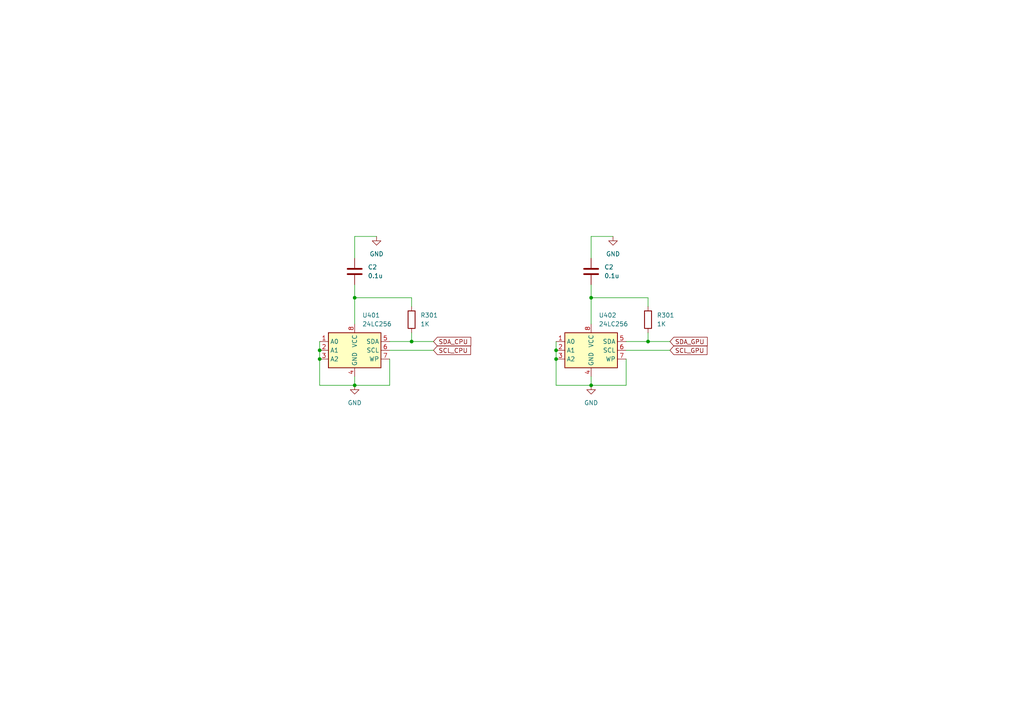
<source format=kicad_sch>
(kicad_sch (version 20230121) (generator eeschema)
  (paper "A4")
  (lib_symbols
    (symbol "Device:C" (pin_numbers hide) (pin_names (offset 0.254))
      (property "Reference" "C" (at 0.635 2.54 0))
      (property "Value" "C" (at 0.635 -2.54 0))
      (symbol "C_0_1"
        (polyline (pts (xy -2.032 -0.762) (xy 2.032 -0.762)) (stroke (width 0.508)))
        (polyline (pts (xy -2.032 0.762) (xy 2.032 0.762)) (stroke (width 0.508)))
      )
      (symbol "C_1_1"
        (pin passive line (at 0 3.81 270) (length 2.794) (name "~") (number "1"))
        (pin passive line (at 0 -3.81 90) (length 2.794) (name "~") (number "2"))
      )
    )
    (symbol "Device:R" (pin_numbers hide) (pin_names (offset 0))
      (property "Reference" "R" (at 2.032 0 90))
      (property "Value" "R" (at 0 0 90))
      (symbol "R_0_1"
        (rectangle (start -1.016 -2.54) (end 1.016 2.54) (stroke (width 0.254)))
      )
      (symbol "R_1_1"
        (pin passive line (at 0 3.81 270) (length 1.27) (name "~") (number "1"))
        (pin passive line (at 0 -3.81 90) (length 1.27) (name "~") (number "2"))
      )
    )
    (symbol "Memory_EEPROM:24LC256"
      (property "Reference" "U" (at -6.35 6.35 0))
      (property "Value" "24LC256" (at 1.27 6.35 0))
      (symbol "24LC256_1_1"
        (rectangle (start -7.62 5.08) (end 7.62 -5.08) (stroke (width 0.254)) (fill (type background)))
        (pin input line (at -10.16 2.54 0) (length 2.54) (name "A0") (number "1"))
        (pin input line (at -10.16 0 0) (length 2.54) (name "A1") (number "2"))
        (pin input line (at -10.16 -2.54 0) (length 2.54) (name "A2") (number "3"))
        (pin power_in line (at 0 -7.62 90) (length 2.54) (name "GND") (number "4"))
        (pin bidirectional line (at 10.16 2.54 180) (length 2.54) (name "SDA") (number "5"))
        (pin input line (at 10.16 0 180) (length 2.54) (name "SCL") (number "6"))
        (pin input line (at 10.16 -2.54 180) (length 2.54) (name "WP") (number "7"))
        (pin power_in line (at 0 7.62 270) (length 2.54) (name "VCC") (number "8"))
      )
    )
    (symbol "power:GND" (power) (pin_names (offset 0))
      (property "Value" "GND" (at 0 -3.81 0))
      (symbol "GND_0_1"
        (polyline (pts (xy 0 0) (xy 0 -1.27) (xy 1.27 -1.27) (xy 0 -2.54) (xy -1.27 -1.27) (xy 0 -1.27)))
      )
      (symbol "GND_1_1"
        (pin power_in line (at 0 0 270) (length 0) hide (name "GND") (number "1"))
      )
    )
  )
  (junction (at 102.87 86.36))
  (junction (at 102.87 111.76))
  (junction (at 119.38 99.06))
  (junction (at 92.71 104.14))
  (junction (at 171.45 111.76))
  (junction (at 92.71 101.6))
  (junction (at 161.29 104.14))
  (junction (at 171.45 86.36))
  (junction (at 187.96 99.06))
  (junction (at 161.29 101.6))
  (wire (pts (xy 102.87 86.36) (xy 119.38 86.36)))
  (wire (pts (xy 92.71 111.76) (xy 102.87 111.76)))
  (wire (pts (xy 171.45 109.22) (xy 171.45 111.76)))
  (wire (pts (xy 119.38 96.52) (xy 119.38 99.06)))
  (wire (pts (xy 187.96 96.52) (xy 187.96 99.06)))
  (wire (pts (xy 171.45 82.55) (xy 171.45 86.36)))
  (wire (pts (xy 161.29 99.06) (xy 161.29 101.6)))
  (wire (pts (xy 102.87 82.55) (xy 102.87 86.36)))
  (wire (pts (xy 113.03 111.76) (xy 102.87 111.76)))
  (wire (pts (xy 161.29 111.76) (xy 171.45 111.76)))
  (wire (pts (xy 113.03 104.14) (xy 113.03 111.76)))
  (wire (pts (xy 177.8 68.58) (xy 171.45 68.58)))
  (wire (pts (xy 92.71 99.06) (xy 92.71 101.6)))
  (wire (pts (xy 113.03 101.6) (xy 125.73 101.6)))
  (wire (pts (xy 113.03 99.06) (xy 119.38 99.06)))
  (wire (pts (xy 181.61 99.06) (xy 187.96 99.06)))
  (wire (pts (xy 119.38 99.06) (xy 125.73 99.06)))
  (wire (pts (xy 102.87 86.36) (xy 102.87 93.98)))
  (wire (pts (xy 187.96 86.36) (xy 187.96 88.9)))
  (wire (pts (xy 181.61 101.6) (xy 194.31 101.6)))
  (wire (pts (xy 102.87 68.58) (xy 102.87 74.93)))
  (wire (pts (xy 92.71 101.6) (xy 92.71 104.14)))
  (wire (pts (xy 171.45 86.36) (xy 171.45 93.98)))
  (wire (pts (xy 92.71 104.14) (xy 92.71 111.76)))
  (wire (pts (xy 161.29 101.6) (xy 161.29 104.14)))
  (wire (pts (xy 171.45 68.58) (xy 171.45 74.93)))
  (wire (pts (xy 181.61 111.76) (xy 171.45 111.76)))
  (wire (pts (xy 181.61 104.14) (xy 181.61 111.76)))
  (wire (pts (xy 119.38 86.36) (xy 119.38 88.9)))
  (wire (pts (xy 161.29 104.14) (xy 161.29 111.76)))
  (wire (pts (xy 109.22 68.58) (xy 102.87 68.58)))
  (wire (pts (xy 187.96 99.06) (xy 194.31 99.06)))
  (wire (pts (xy 102.87 109.22) (xy 102.87 111.76)))
  (wire (pts (xy 171.45 86.36) (xy 187.96 86.36)))
  (global_label "SCL_CPU" (shape input) (at 125.73 101.6 0) (property "Intersheetrefs" "${INTERSHEET_REFS}" (effects hide)))
  (global_label "SCL_GPU" (shape input) (at 194.31 101.6 0) (property "Intersheetrefs" "${INTERSHEET_REFS}" (effects hide)))
  (global_label "SDA_GPU" (shape input) (at 194.31 99.06 0) (property "Intersheetrefs" "${INTERSHEET_REFS}" (effects hide)))
  (global_label "SDA_CPU" (shape input) (at 125.73 99.06 0) (property "Intersheetrefs" "${INTERSHEET_REFS}" (effects hide)))
  (symbol (lib_id "Device:C") (at 171.45 78.74 0) (unit 1)
    (property "Reference" "C2" (at 175.26 77.47 0) (effects (justify left)))
    (property "Value" "0.1u" (at 175.26 80.01 0) (effects (justify left)))
    (property "Footprint" "Capacitor_THT:C_Radial_D4.0mm_H7.0mm_P1.50mm" (effects hide))
    (instances (project "jcap" (path "" (reference "C2") (unit 1)) (path "" (reference "C2") (unit 1)) (path "" (reference "C302") (unit 1)) (path "" (reference "C402") (unit 1))))
  )
  (symbol (lib_id "Device:R") (at 187.96 92.71 180) (unit 1)
    (property "Reference" "R301" (at 190.5 91.44 0) (effects (justify right)))
    (property "Value" "1K" (at 190.5 93.98 0) (effects (justify right)))
    (property "Footprint" "Resistor_THT:R_Axial_DIN0207_L6.3mm_D2.5mm_P10.16mm_Horizontal" (effects hide))
    (instances (project "jcap" (path "" (reference "R301") (unit 1)) (path "" (reference "R402") (unit 1))))
  )
  (symbol (lib_id "Device:R") (at 119.38 92.71 180) (unit 1)
    (property "Reference" "R301" (at 121.92 91.44 0) (effects (justify right)))
    (property "Value" "1K" (at 121.92 93.98 0) (effects (justify right)))
    (property "Footprint" "Resistor_THT:R_Axial_DIN0207_L6.3mm_D2.5mm_P10.16mm_Horizontal" (effects hide))
    (instances (project "jcap" (path "" (reference "R301") (unit 1)) (path "" (reference "R401") (unit 1))))
  )
  (symbol (lib_id "power:GND") (at 102.87 111.76 0) (unit 1)
    (property "Reference" "#PWR0402" (effects hide))
    (property "Value" "GND" (at 102.87 116.84 0))
  )
  (symbol (lib_id "Memory_EEPROM:24LC256") (at 171.45 101.6 0) (unit 1)
    (property "Reference" "U402" (at 173.6441 91.44 0) (effects (justify left)))
    (property "Value" "24LC256" (at 173.6441 93.98 0) (effects (justify left)))
    (property "Footprint" "Package_DIP:DIP-8_W7.62mm_Socket" (effects hide))
    (property "Datasheet" "http://ww1.microchip.com/downloads/en/devicedoc/21203m.pdf" (effects hide))
  )
  (symbol (lib_id "power:GND") (at 109.22 68.58 0) (unit 1)
    (property "Reference" "#PWR0401" (effects hide))
    (property "Value" "GND" (at 109.22 73.66 0))
  )
  (symbol (lib_id "Device:C") (at 102.87 78.74 0) (unit 1)
    (property "Reference" "C2" (at 106.68 77.47 0) (effects (justify left)))
    (property "Value" "0.1u" (at 106.68 80.01 0) (effects (justify left)))
    (property "Footprint" "Capacitor_THT:C_Radial_D4.0mm_H7.0mm_P1.50mm" (effects hide))
    (instances (project "jcap" (path "" (reference "C2") (unit 1)) (path "" (reference "C2") (unit 1)) (path "" (reference "C302") (unit 1)) (path "" (reference "C401") (unit 1))))
  )
  (symbol (lib_id "power:GND") (at 177.8 68.58 0) (unit 1)
    (property "Reference" "#PWR0404" (effects hide))
    (property "Value" "GND" (at 177.8 73.66 0))
  )
  (symbol (lib_id "power:GND") (at 171.45 111.76 0) (unit 1)
    (property "Reference" "#PWR0403" (effects hide))
    (property "Value" "GND" (at 171.45 116.84 0))
  )
  (symbol (lib_id "Memory_EEPROM:24LC256") (at 102.87 101.6 0) (unit 1)
    (property "Reference" "U401" (at 105.0641 91.44 0) (effects (justify left)))
    (property "Value" "24LC256" (at 105.0641 93.98 0) (effects (justify left)))
    (property "Footprint" "Package_DIP:DIP-8_W7.62mm_Socket" (effects hide))
    (property "Datasheet" "http://ww1.microchip.com/downloads/en/devicedoc/21203m.pdf" (effects hide))
  )
)
</source>
